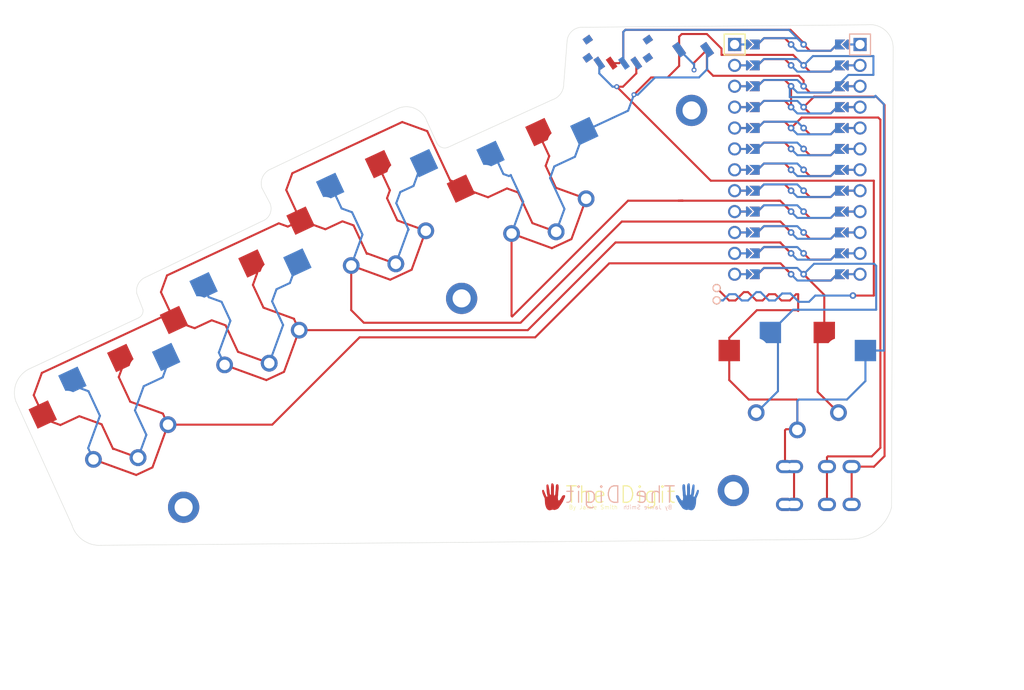
<source format=kicad_pcb>
(kicad_pcb (version 20211014) (generator pcbnew)
  (title_block (title "digits") (rev "v1.0.0") (company "Unknown"))
  (layers (0 "F.Cu" signal) (31 "B.Cu" signal) (34 "B.Paste" user) (35 "F.Paste" user) (36 "B.SilkS" user "B.Silkscreen") (37 "F.SilkS" user "F.Silkscreen") (38 "B.Mask" user) (39 "F.Mask" user) (44 "Edge.Cuts" user))
  (net 0 "")
  (net 1 "P15")
  (net 2 "GND")
  (net 3 "P18")
  (net 4 "P19")
  (net 5 "P20")
  (net 6 "P9")
  (net 7 "RAW")
  (net 8 "RST")
  (net 9 "VCC")
  (net 10 "P21")
  (net 11 "P14")
  (net 12 "P16")
  (net 13 "P10")
  (net 14 "P1")
  (net 15 "P0")
  (net 16 "P2")
  (net 17 "P3")
  (net 18 "P4")
  (net 19 "P5")
  (net 20 "P6")
  (net 21 "P7")
  (net 22 "P8")
  (net 23 "pos")
  (footprint "graphics:newhand" (layer "F.Cu") (at 161.798 144.526)
    (fp_text reference "G***" hide)
    (fp_text value "LOGO" hide)
  )
  (footprint "Button_Switch_SMD:SW_SPST_B3U-1000P" (layer "F.Cu") (at 162.497804 90.148758)
    (fp_text reference "")
    (fp_text value "")
  )
  (footprint "PG1350" (layer "F.Cu") (at 175.159717 130.489275)
    (fp_text reference "S9" hide)
    (fp_text value "" hide)
  )
  (footprint "MountingHole:MountingHole_2.2mm_M2_DIN965_Pad" (layer "F.Cu") (at 167.386 143.764)
    (fp_text reference "REF**" hide)
    (fp_text value "MountingHole_2.2mm_M2_DIN965_Pad")
  )
  (footprint "VIA-0.6mm" (layer "F.Cu") (at 155.300735 95.628395)
    (fp_text reference "REF**" hide)
    (fp_text value "VIA-0.6mm" hide)
  )
  (footprint "TRRS-PJ-320A-dual" (layer "F.Cu") (at 184.960756 145.453232 -90)
    (fp_text reference "REF**")
    (fp_text value "TRRS-PJ-320A-dual")
  )
  (footprint "PG1350" (layer "F.Cu") (at 108.489899 122.927198 25)
    (fp_text reference "S5" hide)
    (fp_text value "" hide)
  )
  (footprint "PG1350" (layer "F.Cu") (at 143.357771 106.948304 25)
    (fp_text reference "S1" hide)
    (fp_text value "" hide)
  )
  (footprint "lib:bat" (layer "F.Cu") (at 165.354 119.888 180)
    (fp_text reference "")
    (fp_text value "")
  )
  (footprint "PG1350" (layer "F.Cu") (at 143.357771 106.948304 -155)
    (fp_text reference "S2" hide)
    (fp_text value "" hide)
  )
  (footprint "PG1350" (layer "F.Cu") (at 108.489899 122.927198 -155)
    (fp_text reference "S6" hide)
    (fp_text value "" hide)
  )
  (footprint "ProMicro" (layer "F.Cu") (at 175.159718 103.489276 -90)
    (fp_text reference "MCU1" hide)
    (fp_text value "")
  )
  (footprint "" (layer "F.Cu") (at 162.306 97.536)
    (fp_text reference "")
    (fp_text value "")
  )
  (footprint "PG1350" (layer "F.Cu") (at 92.548919 134.41882 -155)
    (fp_text reference "S8" hide)
    (fp_text value "" hide)
  )
  (footprint "PG1350" (layer "F.Cu") (at 175.159717 130.489275 180)
    (fp_text reference "S10" hide)
    (fp_text value "" hide)
  )
  (footprint "Button_Switch_SMD:SW_SPDT_PCM12" (layer "F.Cu") (at 153.342105 90.358121 180)
    (fp_text reference "")
    (fp_text value "")
  )
  (footprint "" (layer "F.Cu") (at 100.584 145.796)
    (fp_text reference "")
    (fp_text value "")
  )
  (footprint "" (layer "F.Cu") (at 134.366 120.396)
    (fp_text reference "")
    (fp_text value "")
  )
  (footprint "VIA-0.6mm" (layer "F.Cu") (at 162.608754 92.621231)
    (fp_text reference "REF**" hide)
    (fp_text value "VIA-0.6mm" hide)
  )
  (footprint "PG1350" (layer "F.Cu") (at 123.874405 110.843247 25)
    (fp_text reference "S3" hide)
    (fp_text value "" hide)
  )
  (footprint "PG1350" (layer "F.Cu") (at 92.548919 134.41882 25)
    (fp_text reference "S7" hide)
    (fp_text value "" hide)
  )
  (footprint "VIA-0.6mm" (layer "F.Cu") (at 153.210756 94.65323)
    (fp_text reference "REF**" hide)
    (fp_text value "VIA-0.6mm" hide)
  )
  (footprint "PG1350" (layer "F.Cu") (at 123.874405 110.843247 -155)
    (fp_text reference "S4" hide)
    (fp_text value "" hide)
  )
  (footprint "graphics:newhand" (layer "B.Cu") (at 145.542 144.526 180)
    (fp_text reference "G***" hide)
    (fp_text value "LOGO" hide)
  )
  (footprint "graphics:newhand" (layer "B.Cu") (at 145.542 144.526 180)
    (fp_text reference "G***" hide)
    (fp_text value "LOGO" hide)
  )
  (footprint "graphics:newhand" (layer "B.Cu") (at 161.798 144.526 180)
    (fp_text reference "G***" hide)
    (fp_text value "LOGO" hide)
  )
  (gr_arc (start 132.680897 102.034564) (mid 131.879642 102.01307) (end 131.328265 101.431304) (layer "Edge.Cuts") (width 0.05))
  (gr_line (start 181.545869 149.679201) (end 90.592059 150.420161) (layer "Edge.Cuts") (width 0.05))
  (gr_arc (start 80.185373 132.900866) (mid 80.260458 130.647618) (end 81.787081 128.988648) (layer "Edge.Cuts") (width 0.05))
  (gr_line (start 81.787081 128.988648) (end 95.103644 122.765052) (layer "Edge.Cuts") (width 0.05))
  (gr_line (start 87.012655 147.965261) (end 80.185373 132.900866) (layer "Edge.Cuts") (width 0.05))
  (gr_arc (start 147.182613 89.089661) (mid 147.810774 87.862838) (end 149.117573 87.424713) (layer "Edge.Cuts") (width 0.05))
  (gr_line (start 95.644532 121.766171) (end 94.895149 119.810276) (layer "Edge.Cuts") (width 0.05))
  (gr_line (start 111.061819 108.800334) (end 110.104375 106.990128) (layer "Edge.Cuts") (width 0.05))
  (gr_line (start 186.601792 145.828925) (end 186.802087 89.874868) (layer "Edge.Cuts") (width 0.05))
  (gr_line (start 149.117573 87.424713) (end 183.638811 87.128585) (layer "Edge.Cuts") (width 0.05))
  (gr_arc (start 186.601792 145.828925) (mid 184.729777 148.615398) (end 181.545869 149.679201) (layer "Edge.Cuts") (width 0.05))
  (gr_arc (start 94.895149 119.810276) (mid 95.079141 118.618133) (end 95.976918 117.812515) (layer "Edge.Cuts") (width 0.05))
  (gr_line (start 132.680899 102.034563) (end 145.373268 96.248032) (layer "Edge.Cuts") (width 0.05))
  (gr_line (start 95.976918 117.812515) (end 110.125738 111.006159) (layer "Edge.Cuts") (width 0.05))
  (gr_arc (start 146.746415 94.666403) (mid 146.280586 95.648869) (end 145.373268 96.248032) (layer "Edge.Cuts") (width 0.05))
  (gr_arc (start 95.644532 121.766171) (mid 95.53634 122.35347) (end 95.103644 122.765052) (layer "Edge.Cuts") (width 0.05))
  (gr_arc (start 110.104376 106.990122) (mid 110.204702 105.584845) (end 111.248516 104.63861) (layer "Edge.Cuts") (width 0.05))
  (gr_line (start 130.141818 98.851215) (end 131.328261 101.431308) (layer "Edge.Cuts") (width 0.05))
  (gr_arc (start 126.583348 97.311883) (mid 128.697904 97.306403) (end 130.141818 98.851215) (layer "Edge.Cuts") (width 0.05))
  (gr_arc (start 183.638811 87.128585) (mid 185.835916 87.792803) (end 186.802087 89.874868) (layer "Edge.Cuts") (width 0.05))
  (gr_arc (start 90.592059 150.420161) (mid 88.376329 149.813879) (end 87.012655 147.965261) (layer "Edge.Cuts") (width 0.05))
  (gr_arc (start 111.061819 108.800334) (mid 111.083261 110.110958) (end 110.125738 111.006159) (layer "Edge.Cuts") (width 0.05))
  (gr_line (start 146.746415 94.666403) (end 147.182613 89.089661) (layer "Edge.Cuts") (width 0.05))
  (gr_line (start 111.248516 104.63861) (end 126.583344 97.311884) (layer "Edge.Cuts") (width 0.05))
  (gr_text "The Digit\n" (at 153.67 144.272) (layer "B.SilkS") (effects (font (size 2 2)) (justify mirror)))
  (gr_text "By Jamie Smith" (at 156.972 145.796) (layer "B.SilkS") (effects (font (size 0.5 0.5) (thickness 0.05)) (justify mirror)))
  (gr_text "The Digit\n" (at 153.67 144.272) (layer "F.SilkS") (effects (font (size 2 2))))
  (gr_text "By Jamie Smith" (at 150.368 145.796) (layer "F.SilkS") (effects (font (size 0.5 0.5) (thickness 0.05))))
  (segment (start 134.453617 106.962711) (end 137.573926 108.09841) (width 0.25) (layer "F.Cu") (net 2))
  (segment (start 175.090317 132.695404) (end 175.15972 132.764798) (width 0.25) (layer "F.Cu") (net 2))
  (segment (start 119.880624 111.024034) (end 121.23081 111.515461) (width 0.25) (layer "F.Cu") (net 2))
  (segment (start 139.875949 107.024961) (end 141.226137 107.516388) (width 0.25) (layer "F.Cu") (net 2))
  (segment (start 87.910938 134.721849) (end 85.608916 135.7953) (width 0.25) (layer "F.Cu") (net 2))
  (segment (start 127.142229 98.949894) (end 130.18015 100.055606) (width 0.25) (layer "F.Cu") (net 2))
  (segment (start 174.142966 140.628374) (end 174.760756 140.853232) (width 0.25) (layer "F.Cu") (net 2))
  (segment (start 174.647847 90.785403) (end 175.921721 92.059276) (width 0.25) (layer "F.Cu") (net 2))
  (segment (start 95.042369 139.766035) (end 92.050351 138.67703) (width 0.25) (layer "F.Cu") (net 2))
  (segment (start 170.942 120.65) (end 170.18 120.65) (width 0.25) (layer "F.Cu") (net 2))
  (segment (start 166.884721 130.331806) (end 169.248319 132.695401) (width 0.25) (layer "F.Cu") (net 2))
  (segment (start 160.797806 92.123891) (end 160.797804 90.14876) (width 0.25) (layer "F.Cu") (net 2))
  (segment (start 114.789892 110.941758) (end 114.850616 110.913447) (width 0.25) (layer "F.Cu") (net 2))
  (segment (start 83.464406 134.517329) (end 82.368554 132.167273) (width 0.25) (layer "F.Cu") (net 2))
  (segment (start 112.146821 111.267265) (end 113.239198 111.664861) (width 0.25) (layer "F.Cu") (net 2))
  (segment (start 173.660757 136.433232) (end 173.784756 136.309231) (width 0.25) (layer "F.Cu") (net 2))
  (segment (start 121.23081 111.515461) (end 122.840989 114.968492) (width 0.25) (layer "F.Cu") (net 2))
  (segment (start 105.683969 123.671295) (end 107.185934 126.89227) (width 0.25) (layer "F.Cu") (net 2))
  (segment (start 98.564893 117.600625) (end 112.146821 111.267265) (width 0.25) (layer "F.Cu") (net 2))
  (segment (start 166.884715 125.189274) (end 170.242759 121.831231) (width 0.25) (layer "F.Cu") (net 2))
  (segment (start 175.15972 132.764798) (end 175.159714 136.389273) (width 0.25) (layer "F.Cu") (net 2))
  (segment (start 164.168314 88.245402) (end 165.946316 90.023405) (width 0.25) (layer "F.Cu") (net 2))
  (segment (start 132.97112 106.040863) (end 133.078468 106.271068) (width 0.25) (layer "F.Cu") (net 2))
  (segment (start 165.94632 90.785401) (end 174.647847 90.785403) (width 0.25) (layer "F.Cu") (net 2))
  (segment (start 137.573926 108.09841) (end 139.875949 107.024961) (width 0.25) (layer "F.Cu") (net 2))
  (segment (start 159.392512 93.529188) (end 160.797806 92.123891) (width 0.25) (layer "F.Cu") (net 2))
  (segment (start 174.760757 145.453233) (end 174.760755 140.85323) (width 0.25) (layer "F.Cu") (net 2))
  (segment (start 174.397718 97.139276) (end 174.397718 94.599276) (width 0.25) (layer "F.Cu") (net 2))
  (segment (start 173.660755 140.853232) (end 174.142966 140.628374) (width 0.25) (layer "F.Cu") (net 2))
  (segment (start 122.915305 114.933839) (end 126.367856 116.190463) (width 0.25) (layer "F.Cu") (net 2))
  (segment (start 114.789892 110.941758) (end 113.049972 107.210493) (width 0.25) (layer "F.Cu") (net 2))
  (segment (start 134.273258 107.046817) (end 133.974459 106.406049) (width 0.25) (layer "F.Cu") (net 2))
  (segment (start 90.611316 135.704707) (end 87.910938 134.721849) (width 0.25) (layer "F.Cu") (net 2))
  (segment (start 101.924413 124.023116) (end 103.996232 123.057012) (width 0.25) (layer "F.Cu") (net 2))
  (segment (start 92.050351 138.67703) (end 92.006801 138.697335) (width 0.25) (layer "F.Cu") (net 2))
  (segment (start 173.660755 140.85323) (end 173.660757 136.433232) (width 0.25) (layer "F.Cu") (net 2))
  (segment (start 172.466 119.888) (end 171.704 119.888) (width 0.25) (layer "F.Cu") (net 2))
  (segment (start 160.797806 88.567908) (end 161.120322 88.245401) (width 0.25) (layer "F.Cu") (net 2))
  (segment (start 98.137582 122.56427) (end 99.405384 123.025712) (width 0.25) (layer "F.Cu") (net 2))
  (segment (start 173.660756 145.453233) (end 174.142966 145.228374) (width 0.25) (layer "F.Cu") (net 2))
  (segment (start 169.164 119.634) (end 168.656 119.634) (width 0.25) (layer "F.Cu") (net 2))
  (segment (start 170.242759 121.831231) (end 175.171231 121.831231) (width 0.25) (layer "F.Cu") (net 2))
  (segment (start 173.784756 136.309231) (end 175.079674 136.309231) (width 0.25) (layer "F.Cu") (net 2))
  (segment (start 155.300735 95.628395) (end 157.399943 93.529186) (width 0.25) (layer "F.Cu") (net 2))
  (segment (start 113.790499 105.175906) (end 127.142229 98.949894) (width 0.25) (layer "F.Cu") (net 2))
  (segment (start 165.946316 90.023405) (end 165.94632 90.785401) (width 0.25) (layer "F.Cu") (net 2))
  (segment (start 99.405384 123.025712) (end 99.450622 123.122731) (width 0.25) (layer "F.Cu") (net 2))
  (segment (start 171.704 119.888) (end 170.942 120.65) (width 0.25) (layer "F.Cu") (net 2))
  (segment (start 175.26 121.92) (end 175.26 119.888) (width 0.25) (layer "F.Cu") (net 2))
  (segment (start 117.808805 111.990138) (end 119.880624 111.024034) (width 0.25) (layer "F.Cu") (net 2))
  (segment (start 157.399943 93.529186) (end 159.392512 93.529188) (width 0.25) (layer "F.Cu") (net 2))
  (segment (start 175.171231 121.831231) (end 175.26 121.92) (width 0.25) (layer "F.Cu") (net 2))
  (segment (start 175.079674 136.309231) (end 175.159716 136.389274) (width 0.25) (layer "F.Cu") (net 2))
  (segment (start 134.273258 107.046817) (end 134.453617 106.962711) (width 0.25) (layer "F.Cu") (net 2))
  (segment (start 166.884716 126.739274) (end 166.884715 125.189274) (width 0.25) (layer "F.Cu") (net 2))
  (segment (start 169.248319 132.695401) (end 175.090317 132.695404) (width 0.25) (layer "F.Cu") (net 2))
  (segment (start 173.228 120.65) (end 172.466 119.888) (width 0.25) (layer "F.Cu") (net 2))
  (segment (start 174.244 120.65) (end 173.228 120.65) (width 0.25) (layer "F.Cu") (net 2))
  (segment (start 133.974459 106.406049) (end 132.97112 106.040863) (width 0.25) (layer "F.Cu") (net 2))
  (segment (start 141.226137 107.516388) (end 142.964792 111.244945) (width 0.25) (layer "F.Cu") (net 2))
  (segment (start 83.354797 129.457595) (end 98.137582 122.56427) (width 0.25) (layer "F.Cu") (net 2))
  (segment (start 103.996232 123.057012) (end 105.683969 123.671295) (width 0.25) (layer "F.Cu") (net 2))
  (segment (start 142.964792 111.244945) (end 145.851221 112.295521) (width 0.25) (layer "F.Cu") (net 2))
  (segment (start 99.450622 123.122731) (end 101.924413 124.023116) (width 0.25) (layer "F.Cu") (net 2))
  (segment (start 170.18 120.65) (end 169.164 119.634) (width 0.25) (layer "F.Cu") (net 2))
  (segment (start 166.884719 126.739279) (end 166.884721 130.331806) (width 0.25) (layer "F.Cu") (net 2))
  (segment (start 160.797807 90.148764) (end 160.797806 88.567908) (width 0.25) (layer "F.Cu") (net 2))
  (segment (start 113.049972 107.210493) (end 113.790499 105.175906) (width 0.25) (layer "F.Cu") (net 2))
  (segment (start 122.840989 114.968492) (end 122.915305 114.933839) (width 0.25) (layer "F.Cu") (net 2))
  (segment (start 175.006 119.888) (end 174.244 120.65) (width 0.25) (layer "F.Cu") (net 2))
  (segment (start 161.120322 88.245401) (end 164.168314 88.245402) (width 0.25) (layer "F.Cu") (net 2))
  (segment (start 113.239198 111.664861) (end 114.789892 110.941758) (width 0.25) (layer "F.Cu") (net 2))
  (segment (start 92.006801 138.697335) (end 90.611316 135.704707) (width 0.25) (layer "F.Cu") (net 2))
  (segment (start 82.368554 132.167273) (end 83.354797 129.457595) (width 0.25) (layer "F.Cu") (net 2))
  (segment (start 175.26 119.888) (end 175.006 119.888) (width 0.25) (layer "F.Cu") (net 2))
  (segment (start 107.185934 126.89227) (end 110.983347 128.274416) (width 0.25) (layer "F.Cu") (net 2))
  (segment (start 174.142966 145.228374) (end 174.760757 145.453231) (width 0.25) (layer "F.Cu") (net 2))
  (segment (start 166.866 120.65) (end 165.354 119.138) (width 0.25) (layer "F.Cu") (net 2))
  (segment (start 167.64 120.65) (end 166.866 120.65) (width 0.25) (layer "F.Cu") (net 2))
  (segment (start 99.405384 123.025712) (end 97.824364 119.635208) (width 0.25) (layer "F.Cu") (net 2))
  (segment (start 173.660755 140.853229) (end 174.760755 140.85323) (width 0.25) (layer "F.Cu") (net 2))
  (segment (start 168.656 119.634) (end 167.64 120.65) (width 0.25) (layer "F.Cu") (net 2))
  (segment (start 85.608916 135.7953) (end 83.743775 135.116446) (width 0.25) (layer "F.Cu") (net 2))
  (segment (start 130.18015 100.055606) (end 132.97112 106.040863) (width 0.25) (layer "F.Cu") (net 2))
  (segment (start 114.850616 110.913447) (end 117.808805 111.990138) (width 0.25) (layer "F.Cu") (net 2))
  (segment (start 97.824364 119.635208) (end 98.564893 117.600625) (width 0.25) (layer "F.Cu") (net 2))
  (segment (start 129.474797 104.094077) (end 128.520963 106.71472) (width 0.25) (layer "B.Cu") (net 2))
  (segment (start 127.920948 112.039153) (end 127.870195 112.062819) (width 0.25) (layer "B.Cu") (net 2))
  (segment (start 184.492724 95.923276) (end 174.244 95.923276) (width 0.25) (layer "B.Cu") (net 2))
  (segment (start 174.244 94.752994) (end 174.397718 94.599276) (width 0.25) (layer "B.Cu") (net 2))
  (segment (start 154.593579 97.571295) (end 155.300735 95.628395) (width 0.25) (layer "B.Cu") (net 2))
  (segment (start 128.520963 106.71472) (end 126.909547 107.466134) (width 0.25) (layer "B.Cu") (net 2))
  (segment (start 113.497861 118.523117) (end 114.404778 116.03138) (width 0.25) (layer "B.Cu") (net 2))
  (segment (start 183.434719 130.447003) (end 181.186317 132.695403) (width 0.25) (layer "B.Cu") (net 2))
  (segment (start 164.197806 92.492478) (end 164.197805 90.148762) (width 0.25) (layer "B.Cu") (net 2))
  (segment (start 155.769306 95.628391) (end 157.868514 93.529185) (width 0.25) (layer "B.Cu") (net 2))
  (segment (start 185.667275 126.739275) (end 185.674 126.746) (width 0.25) (layer "B.Cu") (net 2))
  (segment (start 111.86835 119.282968) (end 113.497861 118.523117) (width 0.25) (layer "B.Cu") (net 2))
  (segment (start 184.658 95.758) (end 184.492724 95.923276) (width 0.25) (layer "B.Cu") (net 2))
  (segment (start 126.418119 108.816321) (end 127.920948 112.039153) (width 0.25) (layer "B.Cu") (net 2))
  (segment (start 181.366994 93.218) (end 184.404 93.218) (width 0.25) (layer "B.Cu") (net 2))
  (segment (start 174.244 95.923276) (end 174.244 94.752994) (width 0.25) (layer "B.Cu") (net 2))
  (segment (start 164.218513 92.513187) (end 164.197806 92.492478) (width 0.25) (layer "B.Cu") (net 2))
  (segment (start 129.789286 103.947429) (end 129.474797 104.094077) (width 0.25) (layer "B.Cu") (net 2))
  (segment (start 112.672632 123.633146) (end 111.331676 120.757469) (width 0.25) (layer "B.Cu") (net 2))
  (segment (start 96.053039 136.98924) (end 94.666443 134.015679) (width 0.25) (layer "B.Cu") (net 2))
  (segment (start 185.674 96.774) (end 184.658 95.758) (width 0.25) (layer "B.Cu") (net 2))
  (segment (start 111.331676 120.757469) (end 111.86835 119.282968) (width 0.25) (layer "B.Cu") (net 2))
  (segment (start 175.159716 132.880008) (end 175.159714 136.389273) (width 0.25) (layer "B.Cu") (net 2))
  (segment (start 145.631002 104.341336) (end 145.112249 105.766608) (width 0.25) (layer "B.Cu") (net 2))
  (segment (start 181.186317 132.695403) (end 175.344316 132.695399) (width 0.25) (layer "B.Cu") (net 2))
  (segment (start 149.272649 100.052485) (end 154.593579 97.571295) (width 0.25) (layer "B.Cu") (net 2))
  (segment (start 95.042369 139.766035) (end 96.053039 136.98924) (width 0.25) (layer "B.Cu") (net 2))
  (segment (start 185.674 126.746) (end 185.674 96.774) (width 0.25) (layer "B.Cu") (net 2))
  (segment (start 155.300735 95.628395) (end 155.769306 95.628391) (width 0.25) (layer "B.Cu") (net 2))
  (segment (start 98.039833 129.998668) (end 98.731754 128.097632) (width 0.25) (layer "B.Cu") (net 2))
  (segment (start 110.983347 128.274416) (end 112.672632 123.633146) (width 0.25) (layer "B.Cu") (net 2))
  (segment (start 98.731754 128.097632) (end 98.463801 127.522999) (width 0.25) (layer "B.Cu") (net 2))
  (segment (start 183.43471 126.739276) (end 183.434719 130.447003) (width 0.25) (layer "B.Cu") (net 2))
  (segment (start 95.737814 131.072119) (end 98.039833 129.998668) (width 0.25) (layer "B.Cu") (net 2))
  (segment (start 183.434717 126.739275) (end 185.667275 126.739275) (width 0.25) (layer "B.Cu") (net 2))
  (segment (start 94.666443 134.015679) (end 95.737814 131.072119) (width 0.25) (layer "B.Cu") (net 2))
  (segment (start 175.344316 132.695399) (end 175.159716 132.880008) (width 0.25) (layer "B.Cu") (net 2))
  (segment (start 184.404 90.932) (end 177.048994 90.932) (width 0.25) (layer "B.Cu") (net 2))
  (segment (start 148.136949 103.172793) (end 145.631002 104.341336) (width 0.25) (layer "B.Cu") (net 2))
  (segment (start 126.909547 107.466134) (end 126.418119 108.816321) (width 0.25) (layer "B.Cu") (net 2))
  (segment (start 149.272649 100.052485) (end 148.136949 103.172793) (width 0.25) (layer "B.Cu") (net 2))
  (segment (start 177.048994 90.932) (end 175.921718 92.059276) (width 0.25) (layer "B.Cu") (net 2))
  (segment (start 127.870195 112.062819) (end 126.367856 116.190463) (width 0.25) (layer "B.Cu") (net 2))
  (segment (start 179.985718 94.599276) (end 181.366994 93.218) (width 0.25) (layer "B.Cu") (net 2))
  (segment (start 157.868514 93.529185) (end 163.202511 93.529186) (width 0.25) (layer "B.Cu") (net 2))
  (segment (start 163.202511 93.529186) (end 164.218513 92.513187) (width 0.25) (layer "B.Cu") (net 2))
  (segment (start 146.86189 109.518729) (end 145.851221 112.295521) (width 0.25) (layer "B.Cu") (net 2))
  (segment (start 184.404 93.218) (end 184.404 90.932) (width 0.25) (layer "B.Cu") (net 2))
  (segment (start 145.112249 105.766608) (end 146.86189 109.518729) (width 0.25) (layer "B.Cu") (net 2))
  (segment (start 98.057575 134.401159) (end 98.686412 135.749698) (width 0.25) (layer "F.Cu") (net 6))
  (segment (start 94.822812 141.868339) (end 96.793952 140.949178) (width 0.25) (layer "F.Cu") (net 6))
  (segment (start 96.793952 140.949178) (end 98.686412 135.749698) (width 0.25) (layer "F.Cu") (net 6))
  (segment (start 94.095371 132.959031) (end 98.057575 134.401159) (width 0.25) (layer "F.Cu") (net 6))
  (segment (start 92.699886 129.966405) (end 94.095371 132.959031) (width 0.25) (layer "F.Cu") (net 6))
  (segment (start 111.35229 135.749695) (end 98.68641 135.749699) (width 0.25) (layer "F.Cu") (net 6))
  (segment (start 174.397719 117.459276) (end 174.397718 117.424393) (width 0.25) (layer "F.Cu") (net 6))
  (segment (start 93.307646 128.296598) (end 92.699886 129.966405) (width 0.25) (layer "F.Cu") (net 6))
  (segment (start 93.002502 127.642212) (end 93.307646 128.296598) (width 0.25) (layer "F.Cu") (net 6))
  (segment (start 89.623333 139.975881) (end 94.822812 141.868339) (width 0.25) (layer "F.Cu") (net 6))
  (segment (start 143.304754 125.133231) (end 121.968754 125.133231) (width 0.25) (layer "F.Cu") (net 6))
  (segment (start 173.108512 116.135186) (end 152.302799 116.135186) (width 0.25) (layer "F.Cu") (net 6))
  (segment (start 152.302799 116.135186) (end 143.304754 125.133231) (width 0.25) (layer "F.Cu") (net 6))
  (segment (start 121.968754 125.133231) (end 111.35229 135.749695) (width 0.25) (layer "F.Cu") (net 6))
  (segment (start 174.397718 117.424393) (end 173.108512 116.135186) (width 0.25) (layer "F.Cu") (net 6))
  (segment (start 87.382744 131.089233) (end 89.016651 131.683925) (width 0.25) (layer "B.Cu") (net 6))
  (segment (start 89.016651 131.683925) (end 90.412135 134.676555) (width 0.25) (layer "B.Cu") (net 6))
  (segment (start 88.98308 138.602858) (end 89.623333 139.975881) (width 0.25) (layer "B.Cu") (net 6))
  (segment (start 90.412135 134.676555) (end 88.98308 138.602858) (width 0.25) (layer "B.Cu") (net 6))
  (segment (start 87.066185 130.410364) (end 87.382744 131.089233) (width 0.25) (layer "B.Cu") (net 6))
  (segment (start 175.921718 89.330803) (end 175.921717 89.519274) (width 0.25) (layer "F.Cu") (net 7))
  (segment (start 152.592102 91.788112) (end 153.513602 91.788121) (width 0.25) (layer "F.Cu") (net 7))
  (segment (start 154.262315 87.737402) (end 174.328315 87.737401) (width 0.25) (layer "F.Cu") (net 7))
  (segment (start 153.513602 91.788121) (end 154.00832 91.293403) (width 0.25) (layer "F.Cu") (net 7))
  (segment (start 154.008319 87.991402) (end 154.262315 87.737402) (width 0.25) (layer "F.Cu") (net 7))
  (segment (start 174.328315 87.737401) (end 175.921718 89.330803) (width 0.25) (layer "F.Cu") (net 7))
  (segment (start 154.00832 91.293403) (end 154.008319 87.991402) (width 0.25) (layer "F.Cu") (net 7))
  (segment (start 174.139841 87.737403) (end 175.921717 89.519274) (width 0.25) (layer "B.Cu") (net 7))
  (segment (start 154.008319 87.991402) (end 154.262315 87.737402) (width 0.25) (layer "B.Cu") (net 7))
  (segment (start 154.262315 87.737402) (end 174.139841 87.737403) (width 0.25) (layer "B.Cu") (net 7))
  (segment (start 154.008319 91.70434) (end 154.008319 87.991402) (width 0.25) (layer "B.Cu") (net 7))
  (segment (start 154.092096 91.788123) (end 154.008319 91.70434) (width 0.25) (layer "B.Cu") (net 7))
  (segment (start 175.344318 93.325402) (end 175.921716 93.902808) (width 0.25) (layer "F.Cu") (net 8))
  (segment (start 164.197808 90.148756) (end 164.16832 90.17825) (width 0.25) (layer "F.Cu") (net 8))
  (segment (start 164.16832 92.563398) (end 164.930315 93.325398) (width 0.25) (layer "F.Cu") (net 8))
  (segment (start 164.197805 90.14876) (end 162.608755 91.737808) (width 0.25) (layer "F.Cu") (net 8))
  (segment (start 164.930315 93.325398) (end 175.344318 93.325402) (width 0.25) (layer "F.Cu") (net 8))
  (segment (start 162.608755 91.737808) (end 162.608754 92.621231) (width 0.25) (layer "F.Cu") (net 8))
  (segment (start 175.921716 93.902808) (end 175.921721 94.599279) (width 0.25) (layer "F.Cu") (net 8))
  (segment (start 164.16832 90.17825) (end 164.16832 92.563398) (width 0.25) (layer "F.Cu") (net 8))
  (segment (start 162.508277 91.85923) (end 162.608755 91.85923) (width 0.25) (layer "B.Cu") (net 8))
  (segment (start 162.608755 91.85923) (end 162.608754 92.621231) (width 0.25) (layer "B.Cu") (net 8))
  (segment (start 160.797804 90.148759) (end 162.508277 91.85923) (width 0.25) (layer "B.Cu") (net 8))
  (segment (start 184.424755 140.853233) (end 181.760756 140.853232) (width 0.25) (layer "F.Cu") (net 9))
  (segment (start 185.758314 139.575672) (end 184.452756 140.881233) (width 0.25) (layer "F.Cu") (net 9))
  (segment (start 175.921716 97.139278) (end 177.195592 95.865402) (width 0.25) (layer "F.Cu") (net 9))
  (segment (start 181.760757 145.45323) (end 181.760756 140.853235) (width 0.25) (layer "F.Cu") (net 9))
  (segment (start 185.758321 96.881404) (end 185.758314 139.575672) (width 0.25) (layer "F.Cu") (net 9))
  (segment (start 177.195592 95.865402) (end 184.742312 95.865399) (width 0.25) (layer "F.Cu") (net 9))
  (segment (start 184.452756 140.881233) (end 184.424755 140.853233) (width 0.25) (layer "F.Cu") (net 9))
  (segment (start 184.742312 95.865399) (end 185.758321 96.881404) (width 0.25) (layer "F.Cu") (net 9))
  (segment (start 177.630319 131.759874) (end 180.15972 134.289268) (width 0.25) (layer "F.Cu") (net 13))
  (segment (start 178.434716 119.972274) (end 175.921717 117.459273) (width 0.25) (layer "F.Cu") (net 13))
  (segment (start 178.434718 124.539278) (end 178.434716 119.972274) (width 0.25) (layer "F.Cu") (net 13))
  (segment (start 178.434718 124.539278) (end 178.420448 124.539273) (width 0.25) (layer "F.Cu") (net 13))
  (segment (start 178.420448 124.539273) (end 177.630319 125.329403) (width 0.25) (layer "F.Cu") (net 13))
  (segment (start 177.630319 125.329403) (end 177.630319 131.759874) (width 0.25) (layer "F.Cu") (net 13))
  (segment (start 171.884717 124.539277) (end 174.65059 121.773398) (width 0.25) (layer "B.Cu") (net 13))
  (segment (start 184.488321 116.185402) (end 177.195589 116.185399) (width 0.25) (layer "B.Cu") (net 13))
  (segment (start 172.804315 131.679405) (end 170.194444 134.289272) (width 0.25) (layer "B.Cu") (net 13))
  (segment (start 184.742315 121.773399) (end 184.742322 116.439401) (width 0.25) (layer "B.Cu") (net 13))
  (segment (start 184.742322 116.439401) (end 184.488321 116.185402) (width 0.25) (layer "B.Cu") (net 13))
  (segment (start 170.194444 134.289272) (end 170.159718 134.289278) (width 0.25) (layer "B.Cu") (net 13))
  (segment (start 174.65059 121.773398) (end 184.742315 121.773399) (width 0.25) (layer "B.Cu") (net 13))
  (segment (start 172.804318 125.45888) (end 172.804315 131.679405) (width 0.25) (layer "B.Cu") (net 13))
  (segment (start 171.884717 124.539277) (end 172.804318 125.45888) (width 0.25) (layer "B.Cu") (net 13))
  (segment (start 177.195589 116.185399) (end 175.921717 117.459273) (width 0.25) (layer "B.Cu") (net 13))
  (segment (start 178.760753 145.453234) (end 178.760753 140.853238) (width 0.25) (layer "F.Cu") (net 16))
  (segment (start 184.198754 139.61123) (end 178.864756 139.611231) (width 0.25) (layer "F.Cu") (net 16))
  (segment (start 178.864756 139.611231) (end 178.760755 139.715232) (width 0.25) (layer "F.Cu") (net 16))
  (segment (start 184.996317 98.405402) (end 185.25032 98.659404) (width 0.25) (layer "F.Cu") (net 16))
  (segment (start 175.671592 98.4054) (end 184.996317 98.405402) (width 0.25) (layer "F.Cu") (net 16))
  (segment (start 185.250322 138.559668) (end 184.198754 139.61123) (width 0.25) (layer "F.Cu") (net 16))
  (segment (start 185.25032 98.659404) (end 185.250322 138.559668) (width 0.25) (layer "F.Cu") (net 16))
  (segment (start 178.760755 139.715232) (end 178.760757 140.853231) (width 0.25) (layer "F.Cu") (net 16))
  (segment (start 174.397716 99.679275) (end 175.671592 98.4054) (width 0.25) (layer "F.Cu") (net 16))
  (segment (start 140.43218 112.505365) (end 140.432182 122.514659) (width 0.25) (layer "F.Cu") (net 20))
  (segment (start 145.823534 106.942785) (end 149.49526 108.279183) (width 0.25) (layer "F.Cu") (net 20))
  (segment (start 140.43218 112.505364) (end 145.333254 114.289211) (width 0.25) (layer "F.Cu") (net 20))
  (segment (start 145.333254 114.289211) (end 147.711415 113.180253) (width 0.25) (layer "F.Cu") (net 20))
  (segment (start 172.854511 108.515185) (end 161.230711 108.515188) (width 0.25) (layer "F.Cu") (net 20))
  (segment (start 140.432182 122.514659) (end 140.510756 122.593232) (width 0.25) (layer "F.Cu") (net 20))
  (segment (start 161.230711 108.515188) (end 161.170512 108.515188) (width 0.25) (layer "F.Cu") (net 20))
  (segment (start 143.81135 100.171699) (end 143.612011 100.099145) (width 0.25) (layer "F.Cu") (net 20))
  (segment (start 154.588799 108.515191) (end 160.722713 108.515189) (width 0.25) (layer "F.Cu") (net 20))
  (segment (start 143.612011 100.099145) (end 145.008795 103.094556) (width 0.25) (layer "F.Cu") (net 20))
  (segment (start 144.579314 104.274543) (end 145.823534 106.942785) (width 0.25) (layer "F.Cu") (net 20))
  (segment (start 160.722713 108.515189) (end 161.170512 108.515188) (width 0.25) (layer "F.Cu") (net 20))
  (segment (start 173.073629 108.515186) (end 172.854511 108.515185) (width 0.25) (layer "F.Cu") (net 20))
  (segment (start 161.170512 108.515188) (end 160.916509 108.515186) (width 0.25) (layer "F.Cu") (net 20))
  (segment (start 145.008795 103.094556) (end 144.579314 104.274543) (width 0.25) (layer "F.Cu") (net 20))
  (segment (start 140.510756 122.593232) (end 154.588799 108.515191) (width 0.25) (layer "F.Cu") (net 20))
  (segment (start 147.711415 113.180253) (end 149.495259 108.279181) (width 0.25) (layer "F.Cu") (net 20))
  (segment (start 174.397716 109.839276) (end 173.073629 108.515186) (width 0.25) (layer "F.Cu") (net 20))
  (segment (start 161.230711 108.515188) (end 160.722713 108.515189) (width 0.25) (layer "F.Cu") (net 20))
  (segment (start 140.332446 105.404657) (end 141.839961 108.637528) (width 0.25) (layer "B.Cu") (net 20))
  (segment (start 138.449229 103.148838) (end 139.438545 105.270433) (width 0.25) (layer "B.Cu") (net 20))
  (segment (start 140.343842 105.408803) (end 140.332446 105.404657) (width 0.25) (layer "B.Cu") (net 20))
  (segment (start 137.875035 102.939849) (end 138.449229 103.148838) (width 0.25) (layer "B.Cu") (net 20))
  (segment (start 140.113641 105.516149) (end 140.343842 105.408803) (width 0.25) (layer "B.Cu") (net 20))
  (segment (start 139.438545 105.270433) (end 140.113641 105.516149) (width 0.25) (layer "B.Cu") (net 20))
  (segment (start 141.839961 108.637528) (end 140.432182 112.505366) (width 0.25) (layer "B.Cu") (net 20))
  (segment (start 125.687768 118.125148) (end 128.287057 116.913076) (width 0.25) (layer "F.Cu") (net 21))
  (segment (start 128.287057 116.913076) (end 130.011894 112.174129) (width 0.25) (layer "F.Cu") (net 21))
  (segment (start 126.556687 110.916537) (end 130.011894 112.174129) (width 0.25) (layer "F.Cu") (net 21))
  (segment (start 141.526755 123.355231) (end 153.8268 111.055187) (width 0.25) (layer "F.Cu") (net 21))
  (segment (start 153.8268 111.055187) (end 173.108512 111.055185) (width 0.25) (layer "F.Cu") (net 21))
  (segment (start 124.128646 103.994088) (end 125.648808 107.254081) (width 0.25) (layer "F.Cu") (net 21))
  (segment (start 174.397718 112.344392) (end 174.397719 112.379276) (width 0.25) (layer "F.Cu") (net 21))
  (segment (start 120.948817 121.827291) (end 122.476756 123.355231) (width 0.25) (layer "F.Cu") (net 21))
  (segment (start 122.476756 123.355231) (end 141.526755 123.355231) (width 0.25) (layer "F.Cu") (net 21))
  (segment (start 173.108512 111.055185) (end 174.397718 112.344392) (width 0.25) (layer "F.Cu") (net 21))
  (segment (start 124.327987 104.066639) (end 124.128646 103.994088) (width 0.25) (layer "F.Cu") (net 21))
  (segment (start 120.948814 116.400308) (end 125.687768 118.125148) (width 0.25) (layer "F.Cu") (net 21))
  (segment (start 120.948815 116.400309) (end 120.948817 121.827291) (width 0.25) (layer "F.Cu") (net 21))
  (segment (start 125.29813 108.217548) (end 126.556687 110.916537) (width 0.25) (layer "F.Cu") (net 21))
  (segment (start 125.648808 107.254081) (end 125.29813 108.217548) (width 0.25) (layer "F.Cu") (net 21))
  (segment (start 118.464223 106.635451) (end 119.780682 109.458601) (width 0.25) (layer "B.Cu") (net 21))
  (segment (start 119.780682 109.458601) (end 121.047144 109.919558) (width 0.25) (layer "B.Cu") (net 21))
  (segment (start 121.047144 109.919558) (end 122.316691 112.642103) (width 0.25) (layer "B.Cu") (net 21))
  (segment (start 122.316691 112.642103) (end 120.948814 116.400308) (width 0.25) (layer "B.Cu") (net 21))
  (segment (start 118.391671 106.834792) (end 118.464223 106.635451) (width 0.25) (layer "B.Cu") (net 21))
  (segment (start 108.943479 116.150591) (end 109.508956 117.363267) (width 0.25) (layer "F.Cu") (net 22))
  (segment (start 153.0648 113.595185) (end 142.401908 124.258079) (width 0.25) (layer "F.Cu") (net 22))
  (segment (start 173.108511 113.595188) (end 153.0648 113.595185) (width 0.25) (layer "F.Cu") (net 22))
  (segment (start 112.781366 129.329982) (end 114.627388 124.258079) (width 0.25) (layer "F.Cu") (net 22))
  (segment (start 109.508956 117.363267) (end 108.999871 118.761969) (width 0.25) (layer "F.Cu") (net 22))
  (segment (start 174.397717 114.919274) (end 173.108511 113.63007) (width 0.25) (layer "F.Cu") (net 22))
  (segment (start 110.636217 130.330283) (end 112.781366 129.329982) (width 0.25) (layer "F.Cu") (net 22))
  (segment (start 173.108511 113.63007) (end 173.108511 113.595188) (width 0.25) (layer "F.Cu") (net 22))
  (segment (start 105.564309 128.484261) (end 110.636217 130.330283) (width 0.25) (layer "F.Cu") (net 22))
  (segment (start 113.993053 122.897745) (end 114.627388 124.258079) (width 0.25) (layer "F.Cu") (net 22))
  (segment (start 108.999871 118.761969) (end 110.288008 121.524396) (width 0.25) (layer "F.Cu") (net 22))
  (segment (start 110.288008 121.524396) (end 114.001034 122.875824) (width 0.25) (layer "F.Cu") (net 22))
  (segment (start 114.001034 122.875824) (end 113.993053 122.897745) (width 0.25) (layer "F.Cu") (net 22))
  (segment (start 142.401908 124.258079) (end 114.627387 124.258078) (width 0.25) (layer "F.Cu") (net 22))
  (segment (start 105.193778 120.817038) (end 106.267231 123.119059) (width 0.25) (layer "B.Cu") (net 22))
  (segment (start 106.267231 123.119059) (end 104.862357 126.978917) (width 0.25) (layer "B.Cu") (net 22))
  (segment (start 103.626319 120.246529) (end 105.193778 120.817038) (width 0.25) (layer "B.Cu") (net 22))
  (segment (start 103.007161 118.918745) (end 103.626319 120.246529) (width 0.25) (layer "B.Cu") (net 22))
  (segment (start 104.862357 126.978917) (end 105.564309 128.484261) (width 0.25) (layer "B.Cu") (net 22))
  (segment (start 153.972754 94.653231) (end 153.210756 94.65323) (width 0.25) (layer "F.Cu") (net 23))
  (segment (start 184.452756 106.083232) (end 184.452757 120.053233) (width 0.25) (layer "F.Cu") (net 23))
  (segment (start 164.640754 106.083232) (end 184.452756 106.083232) (width 0.25) (layer "F.Cu") (net 23))
  (segment (start 153.210756 94.65323) (end 164.640754 106.083232) (width 0.25) (layer "F.Cu") (net 23))
  (segment (start 155.592106 93.033882) (end 153.972754 94.653231) (width 0.25) (layer "F.Cu") (net 23))
  (segment (start 184.452757 120.053233) (end 181.912757 120.053231) (width 0.25) (layer "F.Cu") (net 23))
  (segment (start 155.592106 91.788122) (end 155.592106 93.033882) (width 0.25) (layer "F.Cu") (net 23))
  (via (at 181.912757 120.053231) (size 0.8) (drill 0.4) (layers "F.Cu" "B.Cu") (net 23))
  (segment (start 173.316768 119.799232) (end 172.466 120.65) (width 0.25) (layer "B.Cu") (net 23))
  (segment (start 151.092104 91.788121) (end 151.092106 93.04258) (width 0.25) (layer "B.Cu") (net 23))
  (segment (start 169.164 120.65) (end 168.402 120.65) (width 0.25) (layer "B.Cu") (net 23))
  (segment (start 175.308757 120.791232) (end 174.316757 119.799232) (width 0.25) (layer "B.Cu") (net 23))
  (segment (start 151.092106 93.04258) (end 152.702754 94.653231) (width 0.25) (layer "B.Cu") (net 23))
  (segment (start 168.402 120.65) (end 167.64 119.888) (width 0.25) (layer "B.Cu") (net 23))
  (segment (start 170.18 119.634) (end 169.164 120.65) (width 0.25) (layer "B.Cu") (net 23))
  (segment (start 181.912757 120.053231) (end 177.340753 120.053231) (width 0.25) (layer "B.Cu") (net 23))
  (segment (start 175.308756 120.815231) (end 175.308757 120.791232) (width 0.25) (layer "B.Cu") (net 23))
  (segment (start 172.466 120.65) (end 171.704 120.65) (width 0.25) (layer "B.Cu") (net 23))
  (segment (start 174.316757 119.799232) (end 173.316768 119.799232) (width 0.25) (layer "B.Cu") (net 23))
  (segment (start 177.340753 120.053231) (end 176.578757 120.81523) (width 0.25) (layer "B.Cu") (net 23))
  (segment (start 170.688 119.634) (end 170.18 119.634) (width 0.25) (layer "B.Cu") (net 23))
  (segment (start 176.578757 120.81523) (end 175.308756 120.815231) (width 0.25) (layer "B.Cu") (net 23))
  (segment (start 166.116 120.65) (end 166.104 120.638) (width 0.25) (layer "B.Cu") (net 23))
  (segment (start 166.104 120.638) (end 165.354 120.638) (width 0.25) (layer "B.Cu") (net 23))
  (segment (start 171.704 120.65) (end 170.688 119.634) (width 0.25) (layer "B.Cu") (net 23))
  (segment (start 166.878 119.888) (end 166.116 120.65) (width 0.25) (layer "B.Cu") (net 23))
  (segment (start 152.702754 94.653231) (end 153.210756 94.65323) (width 0.25) (layer "B.Cu") (net 23))
  (segment (start 167.64 119.888) (end 166.878 119.888) (width 0.25) (layer "B.Cu") (net 23))
)
</source>
